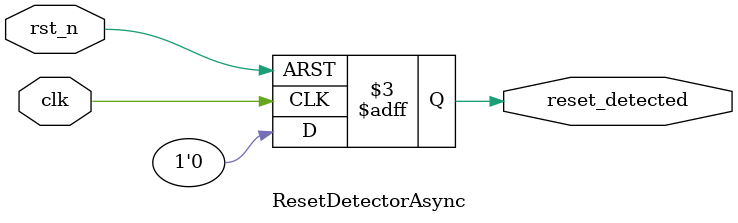
<source format=sv>
module ResetDetectorAsync (
    input wire clk,
    input wire rst_n,
    output reg reset_detected
);
    always @(posedge clk or negedge rst_n) begin
        if (!rst_n)
            reset_detected <= 1'b1;
        else
            reset_detected <= 1'b0;
    end
endmodule

</source>
